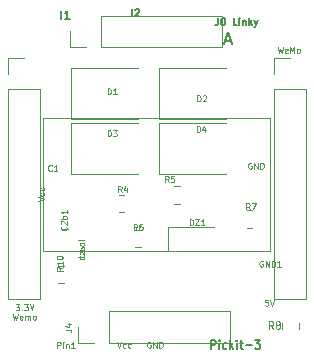
<source format=gto>
G04 #@! TF.GenerationSoftware,KiCad,Pcbnew,(6.0.11)*
G04 #@! TF.CreationDate,2025-06-06T09:56:58+01:00*
G04 #@! TF.ProjectId,PCB_Dongle_Linky,5043425f-446f-46e6-976c-655f4c696e6b,rev?*
G04 #@! TF.SameCoordinates,Original*
G04 #@! TF.FileFunction,Legend,Top*
G04 #@! TF.FilePolarity,Positive*
%FSLAX46Y46*%
G04 Gerber Fmt 4.6, Leading zero omitted, Abs format (unit mm)*
G04 Created by KiCad (PCBNEW (6.0.11)) date 2025-06-06 09:56:58*
%MOMM*%
%LPD*%
G01*
G04 APERTURE LIST*
%ADD10C,0.125000*%
%ADD11C,0.150000*%
%ADD12C,0.100000*%
%ADD13C,0.110000*%
%ADD14C,0.120000*%
G04 APERTURE END LIST*
D10*
X22835714Y-131226190D02*
X22835714Y-130726190D01*
X23026190Y-130726190D01*
X23073809Y-130750000D01*
X23097619Y-130773809D01*
X23121428Y-130821428D01*
X23121428Y-130892857D01*
X23097619Y-130940476D01*
X23073809Y-130964285D01*
X23026190Y-130988095D01*
X22835714Y-130988095D01*
X23335714Y-131226190D02*
X23335714Y-130892857D01*
X23335714Y-130726190D02*
X23311904Y-130750000D01*
X23335714Y-130773809D01*
X23359523Y-130750000D01*
X23335714Y-130726190D01*
X23335714Y-130773809D01*
X23573809Y-130892857D02*
X23573809Y-131226190D01*
X23573809Y-130940476D02*
X23597619Y-130916666D01*
X23645238Y-130892857D01*
X23716666Y-130892857D01*
X23764285Y-130916666D01*
X23788095Y-130964285D01*
X23788095Y-131226190D01*
X24288095Y-131226190D02*
X24002380Y-131226190D01*
X24145238Y-131226190D02*
X24145238Y-130726190D01*
X24097619Y-130797619D01*
X24050000Y-130845238D01*
X24002380Y-130869047D01*
X30719047Y-130700000D02*
X30671428Y-130676190D01*
X30600000Y-130676190D01*
X30528571Y-130700000D01*
X30480952Y-130747619D01*
X30457142Y-130795238D01*
X30433333Y-130890476D01*
X30433333Y-130961904D01*
X30457142Y-131057142D01*
X30480952Y-131104761D01*
X30528571Y-131152380D01*
X30600000Y-131176190D01*
X30647619Y-131176190D01*
X30719047Y-131152380D01*
X30742857Y-131128571D01*
X30742857Y-130961904D01*
X30647619Y-130961904D01*
X30957142Y-131176190D02*
X30957142Y-130676190D01*
X31242857Y-131176190D01*
X31242857Y-130676190D01*
X31480952Y-131176190D02*
X31480952Y-130676190D01*
X31600000Y-130676190D01*
X31671428Y-130700000D01*
X31719047Y-130747619D01*
X31742857Y-130795238D01*
X31766666Y-130890476D01*
X31766666Y-130961904D01*
X31742857Y-131057142D01*
X31719047Y-131104761D01*
X31671428Y-131152380D01*
X31600000Y-131176190D01*
X31480952Y-131176190D01*
X40654761Y-127126190D02*
X40416666Y-127126190D01*
X40392857Y-127364285D01*
X40416666Y-127340476D01*
X40464285Y-127316666D01*
X40583333Y-127316666D01*
X40630952Y-127340476D01*
X40654761Y-127364285D01*
X40678571Y-127411904D01*
X40678571Y-127530952D01*
X40654761Y-127578571D01*
X40630952Y-127602380D01*
X40583333Y-127626190D01*
X40464285Y-127626190D01*
X40416666Y-127602380D01*
X40392857Y-127578571D01*
X40821428Y-127126190D02*
X40988095Y-127626190D01*
X41154761Y-127126190D01*
D11*
X23166666Y-103366666D02*
X23166666Y-102666666D01*
X23866666Y-103366666D02*
X23466666Y-103366666D01*
X23666666Y-103366666D02*
X23666666Y-102666666D01*
X23600000Y-102766666D01*
X23533333Y-102833333D01*
X23466666Y-102866666D01*
X29164285Y-103121428D02*
X29164285Y-102521428D01*
X29421428Y-102578571D02*
X29450000Y-102550000D01*
X29507142Y-102521428D01*
X29650000Y-102521428D01*
X29707142Y-102550000D01*
X29735714Y-102578571D01*
X29764285Y-102635714D01*
X29764285Y-102692857D01*
X29735714Y-102778571D01*
X29392857Y-103121428D01*
X29764285Y-103121428D01*
D10*
X39269047Y-115550000D02*
X39221428Y-115526190D01*
X39150000Y-115526190D01*
X39078571Y-115550000D01*
X39030952Y-115597619D01*
X39007142Y-115645238D01*
X38983333Y-115740476D01*
X38983333Y-115811904D01*
X39007142Y-115907142D01*
X39030952Y-115954761D01*
X39078571Y-116002380D01*
X39150000Y-116026190D01*
X39197619Y-116026190D01*
X39269047Y-116002380D01*
X39292857Y-115978571D01*
X39292857Y-115811904D01*
X39197619Y-115811904D01*
X39507142Y-116026190D02*
X39507142Y-115526190D01*
X39792857Y-116026190D01*
X39792857Y-115526190D01*
X40030952Y-116026190D02*
X40030952Y-115526190D01*
X40150000Y-115526190D01*
X40221428Y-115550000D01*
X40269047Y-115597619D01*
X40292857Y-115645238D01*
X40316666Y-115740476D01*
X40316666Y-115811904D01*
X40292857Y-115907142D01*
X40269047Y-115954761D01*
X40221428Y-116002380D01*
X40150000Y-116026190D01*
X40030952Y-116026190D01*
X27904761Y-130676190D02*
X28071428Y-131176190D01*
X28238095Y-130676190D01*
X28619047Y-131152380D02*
X28571428Y-131176190D01*
X28476190Y-131176190D01*
X28428571Y-131152380D01*
X28404761Y-131128571D01*
X28380952Y-131080952D01*
X28380952Y-130938095D01*
X28404761Y-130890476D01*
X28428571Y-130866666D01*
X28476190Y-130842857D01*
X28571428Y-130842857D01*
X28619047Y-130866666D01*
X29047619Y-131152380D02*
X29000000Y-131176190D01*
X28904761Y-131176190D01*
X28857142Y-131152380D01*
X28833333Y-131128571D01*
X28809523Y-131080952D01*
X28809523Y-130938095D01*
X28833333Y-130890476D01*
X28857142Y-130866666D01*
X28904761Y-130842857D01*
X29000000Y-130842857D01*
X29047619Y-130866666D01*
X19311904Y-127526190D02*
X19621428Y-127526190D01*
X19454761Y-127716666D01*
X19526190Y-127716666D01*
X19573809Y-127740476D01*
X19597619Y-127764285D01*
X19621428Y-127811904D01*
X19621428Y-127930952D01*
X19597619Y-127978571D01*
X19573809Y-128002380D01*
X19526190Y-128026190D01*
X19383333Y-128026190D01*
X19335714Y-128002380D01*
X19311904Y-127978571D01*
X19835714Y-127978571D02*
X19859523Y-128002380D01*
X19835714Y-128026190D01*
X19811904Y-128002380D01*
X19835714Y-127978571D01*
X19835714Y-128026190D01*
X20026190Y-127526190D02*
X20335714Y-127526190D01*
X20169047Y-127716666D01*
X20240476Y-127716666D01*
X20288095Y-127740476D01*
X20311904Y-127764285D01*
X20335714Y-127811904D01*
X20335714Y-127930952D01*
X20311904Y-127978571D01*
X20288095Y-128002380D01*
X20240476Y-128026190D01*
X20097619Y-128026190D01*
X20050000Y-128002380D01*
X20026190Y-127978571D01*
X20478571Y-127526190D02*
X20645238Y-128026190D01*
X20811904Y-127526190D01*
D11*
X37011904Y-105216666D02*
X37488095Y-105216666D01*
X36916666Y-105502380D02*
X37250000Y-104502380D01*
X37583333Y-105502380D01*
D10*
X21226190Y-118785238D02*
X21726190Y-118618571D01*
X21226190Y-118451904D01*
X21702380Y-118070952D02*
X21726190Y-118118571D01*
X21726190Y-118213809D01*
X21702380Y-118261428D01*
X21678571Y-118285238D01*
X21630952Y-118309047D01*
X21488095Y-118309047D01*
X21440476Y-118285238D01*
X21416666Y-118261428D01*
X21392857Y-118213809D01*
X21392857Y-118118571D01*
X21416666Y-118070952D01*
X21702380Y-117642380D02*
X21726190Y-117690000D01*
X21726190Y-117785238D01*
X21702380Y-117832857D01*
X21678571Y-117856666D01*
X21630952Y-117880476D01*
X21488095Y-117880476D01*
X21440476Y-117856666D01*
X21416666Y-117832857D01*
X21392857Y-117785238D01*
X21392857Y-117690000D01*
X21416666Y-117642380D01*
X40230952Y-123850000D02*
X40183333Y-123826190D01*
X40111904Y-123826190D01*
X40040476Y-123850000D01*
X39992857Y-123897619D01*
X39969047Y-123945238D01*
X39945238Y-124040476D01*
X39945238Y-124111904D01*
X39969047Y-124207142D01*
X39992857Y-124254761D01*
X40040476Y-124302380D01*
X40111904Y-124326190D01*
X40159523Y-124326190D01*
X40230952Y-124302380D01*
X40254761Y-124278571D01*
X40254761Y-124111904D01*
X40159523Y-124111904D01*
X40469047Y-124326190D02*
X40469047Y-123826190D01*
X40754761Y-124326190D01*
X40754761Y-123826190D01*
X40992857Y-124326190D02*
X40992857Y-123826190D01*
X41111904Y-123826190D01*
X41183333Y-123850000D01*
X41230952Y-123897619D01*
X41254761Y-123945238D01*
X41278571Y-124040476D01*
X41278571Y-124111904D01*
X41254761Y-124207142D01*
X41230952Y-124254761D01*
X41183333Y-124302380D01*
X41111904Y-124326190D01*
X40992857Y-124326190D01*
X41754761Y-124326190D02*
X41469047Y-124326190D01*
X41611904Y-124326190D02*
X41611904Y-123826190D01*
X41564285Y-123897619D01*
X41516666Y-123945238D01*
X41469047Y-123969047D01*
G04 #@! TO.C,R4*
X28266666Y-118026190D02*
X28100000Y-117788095D01*
X27980952Y-118026190D02*
X27980952Y-117526190D01*
X28171428Y-117526190D01*
X28219047Y-117550000D01*
X28242857Y-117573809D01*
X28266666Y-117621428D01*
X28266666Y-117692857D01*
X28242857Y-117740476D01*
X28219047Y-117764285D01*
X28171428Y-117788095D01*
X27980952Y-117788095D01*
X28695238Y-117692857D02*
X28695238Y-118026190D01*
X28576190Y-117502380D02*
X28457142Y-117859523D01*
X28766666Y-117859523D01*
D12*
G04 #@! TO.C,C2b0*
X25092857Y-123438095D02*
X25111904Y-123457142D01*
X25130952Y-123514285D01*
X25130952Y-123552380D01*
X25111904Y-123609523D01*
X25073809Y-123647619D01*
X25035714Y-123666666D01*
X24959523Y-123685714D01*
X24902380Y-123685714D01*
X24826190Y-123666666D01*
X24788095Y-123647619D01*
X24750000Y-123609523D01*
X24730952Y-123552380D01*
X24730952Y-123514285D01*
X24750000Y-123457142D01*
X24769047Y-123438095D01*
X24769047Y-123285714D02*
X24750000Y-123266666D01*
X24730952Y-123228571D01*
X24730952Y-123133333D01*
X24750000Y-123095238D01*
X24769047Y-123076190D01*
X24807142Y-123057142D01*
X24845238Y-123057142D01*
X24902380Y-123076190D01*
X25130952Y-123304761D01*
X25130952Y-123057142D01*
X25130952Y-122885714D02*
X24730952Y-122885714D01*
X24883333Y-122885714D02*
X24864285Y-122847619D01*
X24864285Y-122771428D01*
X24883333Y-122733333D01*
X24902380Y-122714285D01*
X24940476Y-122695238D01*
X25054761Y-122695238D01*
X25092857Y-122714285D01*
X25111904Y-122733333D01*
X25130952Y-122771428D01*
X25130952Y-122847619D01*
X25111904Y-122885714D01*
X24730952Y-122447619D02*
X24730952Y-122409523D01*
X24750000Y-122371428D01*
X24769047Y-122352380D01*
X24807142Y-122333333D01*
X24883333Y-122314285D01*
X24978571Y-122314285D01*
X25054761Y-122333333D01*
X25092857Y-122352380D01*
X25111904Y-122371428D01*
X25130952Y-122409523D01*
X25130952Y-122447619D01*
X25111904Y-122485714D01*
X25092857Y-122504761D01*
X25054761Y-122523809D01*
X24978571Y-122542857D01*
X24883333Y-122542857D01*
X24807142Y-122523809D01*
X24769047Y-122504761D01*
X24750000Y-122485714D01*
X24730952Y-122447619D01*
D10*
G04 #@! TO.C,D4*
X34630952Y-112926190D02*
X34630952Y-112426190D01*
X34750000Y-112426190D01*
X34821428Y-112450000D01*
X34869047Y-112497619D01*
X34892857Y-112545238D01*
X34916666Y-112640476D01*
X34916666Y-112711904D01*
X34892857Y-112807142D01*
X34869047Y-112854761D01*
X34821428Y-112902380D01*
X34750000Y-112926190D01*
X34630952Y-112926190D01*
X35345238Y-112592857D02*
X35345238Y-112926190D01*
X35226190Y-112402380D02*
X35107142Y-112759523D01*
X35416666Y-112759523D01*
G04 #@! TO.C,D1*
X27080952Y-109726190D02*
X27080952Y-109226190D01*
X27200000Y-109226190D01*
X27271428Y-109250000D01*
X27319047Y-109297619D01*
X27342857Y-109345238D01*
X27366666Y-109440476D01*
X27366666Y-109511904D01*
X27342857Y-109607142D01*
X27319047Y-109654761D01*
X27271428Y-109702380D01*
X27200000Y-109726190D01*
X27080952Y-109726190D01*
X27842857Y-109726190D02*
X27557142Y-109726190D01*
X27700000Y-109726190D02*
X27700000Y-109226190D01*
X27652380Y-109297619D01*
X27604761Y-109345238D01*
X27557142Y-109369047D01*
D11*
G04 #@! TO.C,J0*
X36442857Y-103271428D02*
X36442857Y-103700000D01*
X36414285Y-103785714D01*
X36357142Y-103842857D01*
X36271428Y-103871428D01*
X36214285Y-103871428D01*
X36842857Y-103271428D02*
X36900000Y-103271428D01*
X36957142Y-103300000D01*
X36985714Y-103328571D01*
X37014285Y-103385714D01*
X37042857Y-103500000D01*
X37042857Y-103642857D01*
X37014285Y-103757142D01*
X36985714Y-103814285D01*
X36957142Y-103842857D01*
X36900000Y-103871428D01*
X36842857Y-103871428D01*
X36785714Y-103842857D01*
X36757142Y-103814285D01*
X36728571Y-103757142D01*
X36700000Y-103642857D01*
X36700000Y-103500000D01*
X36728571Y-103385714D01*
X36757142Y-103328571D01*
X36785714Y-103300000D01*
X36842857Y-103271428D01*
X38042857Y-103871428D02*
X37757142Y-103871428D01*
X37757142Y-103271428D01*
X38242857Y-103871428D02*
X38242857Y-103471428D01*
X38242857Y-103271428D02*
X38214285Y-103300000D01*
X38242857Y-103328571D01*
X38271428Y-103300000D01*
X38242857Y-103271428D01*
X38242857Y-103328571D01*
X38528571Y-103471428D02*
X38528571Y-103871428D01*
X38528571Y-103528571D02*
X38557142Y-103500000D01*
X38614285Y-103471428D01*
X38700000Y-103471428D01*
X38757142Y-103500000D01*
X38785714Y-103557142D01*
X38785714Y-103871428D01*
X39071428Y-103871428D02*
X39071428Y-103271428D01*
X39128571Y-103642857D02*
X39300000Y-103871428D01*
X39300000Y-103471428D02*
X39071428Y-103700000D01*
X39500000Y-103471428D02*
X39642857Y-103871428D01*
X39785714Y-103471428D02*
X39642857Y-103871428D01*
X39585714Y-104014285D01*
X39557142Y-104042857D01*
X39500000Y-104071428D01*
D10*
G04 #@! TO.C,J2*
X41509523Y-105726190D02*
X41628571Y-106226190D01*
X41723809Y-105869047D01*
X41819047Y-106226190D01*
X41938095Y-105726190D01*
X42319047Y-106202380D02*
X42271428Y-106226190D01*
X42176190Y-106226190D01*
X42128571Y-106202380D01*
X42104761Y-106154761D01*
X42104761Y-105964285D01*
X42128571Y-105916666D01*
X42176190Y-105892857D01*
X42271428Y-105892857D01*
X42319047Y-105916666D01*
X42342857Y-105964285D01*
X42342857Y-106011904D01*
X42104761Y-106059523D01*
X42557142Y-106226190D02*
X42557142Y-105726190D01*
X42723809Y-106083333D01*
X42890476Y-105726190D01*
X42890476Y-106226190D01*
X43200000Y-106226190D02*
X43152380Y-106202380D01*
X43128571Y-106178571D01*
X43104761Y-106130952D01*
X43104761Y-105988095D01*
X43128571Y-105940476D01*
X43152380Y-105916666D01*
X43200000Y-105892857D01*
X43271428Y-105892857D01*
X43319047Y-105916666D01*
X43342857Y-105940476D01*
X43366666Y-105988095D01*
X43366666Y-106130952D01*
X43342857Y-106178571D01*
X43319047Y-106202380D01*
X43271428Y-106226190D01*
X43200000Y-106226190D01*
G04 #@! TO.C,J1*
X19061904Y-128326190D02*
X19180952Y-128826190D01*
X19276190Y-128469047D01*
X19371428Y-128826190D01*
X19490476Y-128326190D01*
X19871428Y-128802380D02*
X19823809Y-128826190D01*
X19728571Y-128826190D01*
X19680952Y-128802380D01*
X19657142Y-128754761D01*
X19657142Y-128564285D01*
X19680952Y-128516666D01*
X19728571Y-128492857D01*
X19823809Y-128492857D01*
X19871428Y-128516666D01*
X19895238Y-128564285D01*
X19895238Y-128611904D01*
X19657142Y-128659523D01*
X20109523Y-128826190D02*
X20109523Y-128492857D01*
X20109523Y-128540476D02*
X20133333Y-128516666D01*
X20180952Y-128492857D01*
X20252380Y-128492857D01*
X20300000Y-128516666D01*
X20323809Y-128564285D01*
X20323809Y-128826190D01*
X20323809Y-128564285D02*
X20347619Y-128516666D01*
X20395238Y-128492857D01*
X20466666Y-128492857D01*
X20514285Y-128516666D01*
X20538095Y-128564285D01*
X20538095Y-128826190D01*
X20847619Y-128826190D02*
X20800000Y-128802380D01*
X20776190Y-128778571D01*
X20752380Y-128730952D01*
X20752380Y-128588095D01*
X20776190Y-128540476D01*
X20800000Y-128516666D01*
X20847619Y-128492857D01*
X20919047Y-128492857D01*
X20966666Y-128516666D01*
X20990476Y-128540476D01*
X21014285Y-128588095D01*
X21014285Y-128730952D01*
X20990476Y-128778571D01*
X20966666Y-128802380D01*
X20919047Y-128826190D01*
X20847619Y-128826190D01*
G04 #@! TO.C,J4*
X23526190Y-129666666D02*
X23883333Y-129666666D01*
X23954761Y-129690476D01*
X24002380Y-129738095D01*
X24026190Y-129809523D01*
X24026190Y-129857142D01*
X23692857Y-129214285D02*
X24026190Y-129214285D01*
X23502380Y-129333333D02*
X23859523Y-129452380D01*
X23859523Y-129142857D01*
D11*
X35833333Y-131266666D02*
X35833333Y-130566666D01*
X36100000Y-130566666D01*
X36166666Y-130600000D01*
X36200000Y-130633333D01*
X36233333Y-130700000D01*
X36233333Y-130800000D01*
X36200000Y-130866666D01*
X36166666Y-130900000D01*
X36100000Y-130933333D01*
X35833333Y-130933333D01*
X36533333Y-131266666D02*
X36533333Y-130800000D01*
X36533333Y-130566666D02*
X36500000Y-130600000D01*
X36533333Y-130633333D01*
X36566666Y-130600000D01*
X36533333Y-130566666D01*
X36533333Y-130633333D01*
X37166666Y-131233333D02*
X37100000Y-131266666D01*
X36966666Y-131266666D01*
X36900000Y-131233333D01*
X36866666Y-131200000D01*
X36833333Y-131133333D01*
X36833333Y-130933333D01*
X36866666Y-130866666D01*
X36900000Y-130833333D01*
X36966666Y-130800000D01*
X37100000Y-130800000D01*
X37166666Y-130833333D01*
X37466666Y-131266666D02*
X37466666Y-130566666D01*
X37533333Y-131000000D02*
X37733333Y-131266666D01*
X37733333Y-130800000D02*
X37466666Y-131066666D01*
X38033333Y-131266666D02*
X38033333Y-130800000D01*
X38033333Y-130566666D02*
X38000000Y-130600000D01*
X38033333Y-130633333D01*
X38066666Y-130600000D01*
X38033333Y-130566666D01*
X38033333Y-130633333D01*
X38266666Y-130800000D02*
X38533333Y-130800000D01*
X38366666Y-130566666D02*
X38366666Y-131166666D01*
X38400000Y-131233333D01*
X38466666Y-131266666D01*
X38533333Y-131266666D01*
X38766666Y-131000000D02*
X39300000Y-131000000D01*
X39566666Y-130566666D02*
X40000000Y-130566666D01*
X39766666Y-130833333D01*
X39866666Y-130833333D01*
X39933333Y-130866666D01*
X39966666Y-130900000D01*
X40000000Y-130966666D01*
X40000000Y-131133333D01*
X39966666Y-131200000D01*
X39933333Y-131233333D01*
X39866666Y-131266666D01*
X39666666Y-131266666D01*
X39600000Y-131233333D01*
X39566666Y-131200000D01*
D12*
G04 #@! TO.C,R10*
X23276190Y-124371428D02*
X23038095Y-124538095D01*
X23276190Y-124657142D02*
X22776190Y-124657142D01*
X22776190Y-124466666D01*
X22800000Y-124419047D01*
X22823809Y-124395238D01*
X22871428Y-124371428D01*
X22942857Y-124371428D01*
X22990476Y-124395238D01*
X23014285Y-124419047D01*
X23038095Y-124466666D01*
X23038095Y-124657142D01*
X23276190Y-123895238D02*
X23276190Y-124180952D01*
X23276190Y-124038095D02*
X22776190Y-124038095D01*
X22847619Y-124085714D01*
X22895238Y-124133333D01*
X22919047Y-124180952D01*
X22776190Y-123585714D02*
X22776190Y-123538095D01*
X22800000Y-123490476D01*
X22823809Y-123466666D01*
X22871428Y-123442857D01*
X22966666Y-123419047D01*
X23085714Y-123419047D01*
X23180952Y-123442857D01*
X23228571Y-123466666D01*
X23252380Y-123490476D01*
X23276190Y-123538095D01*
X23276190Y-123585714D01*
X23252380Y-123633333D01*
X23228571Y-123657142D01*
X23180952Y-123680952D01*
X23085714Y-123704761D01*
X22966666Y-123704761D01*
X22871428Y-123680952D01*
X22823809Y-123657142D01*
X22800000Y-123633333D01*
X22776190Y-123585714D01*
D10*
G04 #@! TO.C,C2b1*
X23578571Y-120947619D02*
X23602380Y-120971428D01*
X23626190Y-121042857D01*
X23626190Y-121090476D01*
X23602380Y-121161904D01*
X23554761Y-121209523D01*
X23507142Y-121233333D01*
X23411904Y-121257142D01*
X23340476Y-121257142D01*
X23245238Y-121233333D01*
X23197619Y-121209523D01*
X23150000Y-121161904D01*
X23126190Y-121090476D01*
X23126190Y-121042857D01*
X23150000Y-120971428D01*
X23173809Y-120947619D01*
X23173809Y-120757142D02*
X23150000Y-120733333D01*
X23126190Y-120685714D01*
X23126190Y-120566666D01*
X23150000Y-120519047D01*
X23173809Y-120495238D01*
X23221428Y-120471428D01*
X23269047Y-120471428D01*
X23340476Y-120495238D01*
X23626190Y-120780952D01*
X23626190Y-120471428D01*
X23626190Y-120257142D02*
X23126190Y-120257142D01*
X23316666Y-120257142D02*
X23292857Y-120209523D01*
X23292857Y-120114285D01*
X23316666Y-120066666D01*
X23340476Y-120042857D01*
X23388095Y-120019047D01*
X23530952Y-120019047D01*
X23578571Y-120042857D01*
X23602380Y-120066666D01*
X23626190Y-120114285D01*
X23626190Y-120209523D01*
X23602380Y-120257142D01*
X23626190Y-119542857D02*
X23626190Y-119828571D01*
X23626190Y-119685714D02*
X23126190Y-119685714D01*
X23197619Y-119733333D01*
X23245238Y-119780952D01*
X23269047Y-119828571D01*
G04 #@! TO.C,D3*
X27080952Y-113276190D02*
X27080952Y-112776190D01*
X27200000Y-112776190D01*
X27271428Y-112800000D01*
X27319047Y-112847619D01*
X27342857Y-112895238D01*
X27366666Y-112990476D01*
X27366666Y-113061904D01*
X27342857Y-113157142D01*
X27319047Y-113204761D01*
X27271428Y-113252380D01*
X27200000Y-113276190D01*
X27080952Y-113276190D01*
X27533333Y-112776190D02*
X27842857Y-112776190D01*
X27676190Y-112966666D01*
X27747619Y-112966666D01*
X27795238Y-112990476D01*
X27819047Y-113014285D01*
X27842857Y-113061904D01*
X27842857Y-113180952D01*
X27819047Y-113228571D01*
X27795238Y-113252380D01*
X27747619Y-113276190D01*
X27604761Y-113276190D01*
X27557142Y-113252380D01*
X27533333Y-113228571D01*
G04 #@! TO.C,R5*
X32266666Y-117176190D02*
X32100000Y-116938095D01*
X31980952Y-117176190D02*
X31980952Y-116676190D01*
X32171428Y-116676190D01*
X32219047Y-116700000D01*
X32242857Y-116723809D01*
X32266666Y-116771428D01*
X32266666Y-116842857D01*
X32242857Y-116890476D01*
X32219047Y-116914285D01*
X32171428Y-116938095D01*
X31980952Y-116938095D01*
X32719047Y-116676190D02*
X32480952Y-116676190D01*
X32457142Y-116914285D01*
X32480952Y-116890476D01*
X32528571Y-116866666D01*
X32647619Y-116866666D01*
X32695238Y-116890476D01*
X32719047Y-116914285D01*
X32742857Y-116961904D01*
X32742857Y-117080952D01*
X32719047Y-117128571D01*
X32695238Y-117152380D01*
X32647619Y-117176190D01*
X32528571Y-117176190D01*
X32480952Y-117152380D01*
X32457142Y-117128571D01*
G04 #@! TO.C,C1*
X22366666Y-116178571D02*
X22342857Y-116202380D01*
X22271428Y-116226190D01*
X22223809Y-116226190D01*
X22152380Y-116202380D01*
X22104761Y-116154761D01*
X22080952Y-116107142D01*
X22057142Y-116011904D01*
X22057142Y-115940476D01*
X22080952Y-115845238D01*
X22104761Y-115797619D01*
X22152380Y-115750000D01*
X22223809Y-115726190D01*
X22271428Y-115726190D01*
X22342857Y-115750000D01*
X22366666Y-115773809D01*
X22842857Y-116226190D02*
X22557142Y-116226190D01*
X22700000Y-116226190D02*
X22700000Y-115726190D01*
X22652380Y-115797619D01*
X22604761Y-115845238D01*
X22557142Y-115869047D01*
D13*
G04 #@! TO.C,R7*
X39116666Y-119476190D02*
X38950000Y-119238095D01*
X38830952Y-119476190D02*
X38830952Y-118976190D01*
X39021428Y-118976190D01*
X39069047Y-119000000D01*
X39092857Y-119023809D01*
X39116666Y-119071428D01*
X39116666Y-119142857D01*
X39092857Y-119190476D01*
X39069047Y-119214285D01*
X39021428Y-119238095D01*
X38830952Y-119238095D01*
X39283333Y-118976190D02*
X39616666Y-118976190D01*
X39402380Y-119476190D01*
D10*
G04 #@! TO.C,R6*
X29566666Y-121226190D02*
X29400000Y-120988095D01*
X29280952Y-121226190D02*
X29280952Y-120726190D01*
X29471428Y-120726190D01*
X29519047Y-120750000D01*
X29542857Y-120773809D01*
X29566666Y-120821428D01*
X29566666Y-120892857D01*
X29542857Y-120940476D01*
X29519047Y-120964285D01*
X29471428Y-120988095D01*
X29280952Y-120988095D01*
X29995238Y-120726190D02*
X29900000Y-120726190D01*
X29852380Y-120750000D01*
X29828571Y-120773809D01*
X29780952Y-120845238D01*
X29757142Y-120940476D01*
X29757142Y-121130952D01*
X29780952Y-121178571D01*
X29804761Y-121202380D01*
X29852380Y-121226190D01*
X29947619Y-121226190D01*
X29995238Y-121202380D01*
X30019047Y-121178571D01*
X30042857Y-121130952D01*
X30042857Y-121011904D01*
X30019047Y-120964285D01*
X29995238Y-120940476D01*
X29947619Y-120916666D01*
X29852380Y-120916666D01*
X29804761Y-120940476D01*
X29780952Y-120964285D01*
X29757142Y-121011904D01*
G04 #@! TO.C,DZ1*
X34042857Y-120826190D02*
X34042857Y-120326190D01*
X34161904Y-120326190D01*
X34233333Y-120350000D01*
X34280952Y-120397619D01*
X34304761Y-120445238D01*
X34328571Y-120540476D01*
X34328571Y-120611904D01*
X34304761Y-120707142D01*
X34280952Y-120754761D01*
X34233333Y-120802380D01*
X34161904Y-120826190D01*
X34042857Y-120826190D01*
X34495238Y-120326190D02*
X34828571Y-120326190D01*
X34495238Y-120826190D01*
X34828571Y-120826190D01*
X35280952Y-120826190D02*
X34995238Y-120826190D01*
X35138095Y-120826190D02*
X35138095Y-120326190D01*
X35090476Y-120397619D01*
X35042857Y-120445238D01*
X34995238Y-120469047D01*
D12*
G04 #@! TO.C,R8*
X41100000Y-129571428D02*
X40900000Y-129285714D01*
X40757142Y-129571428D02*
X40757142Y-128971428D01*
X40985714Y-128971428D01*
X41042857Y-129000000D01*
X41071428Y-129028571D01*
X41100000Y-129085714D01*
X41100000Y-129171428D01*
X41071428Y-129228571D01*
X41042857Y-129257142D01*
X40985714Y-129285714D01*
X40757142Y-129285714D01*
X41442857Y-129228571D02*
X41385714Y-129200000D01*
X41357142Y-129171428D01*
X41328571Y-129114285D01*
X41328571Y-129085714D01*
X41357142Y-129028571D01*
X41385714Y-129000000D01*
X41442857Y-128971428D01*
X41557142Y-128971428D01*
X41614285Y-129000000D01*
X41642857Y-129028571D01*
X41671428Y-129085714D01*
X41671428Y-129114285D01*
X41642857Y-129171428D01*
X41614285Y-129200000D01*
X41557142Y-129228571D01*
X41442857Y-129228571D01*
X41385714Y-129257142D01*
X41357142Y-129285714D01*
X41328571Y-129342857D01*
X41328571Y-129457142D01*
X41357142Y-129514285D01*
X41385714Y-129542857D01*
X41442857Y-129571428D01*
X41557142Y-129571428D01*
X41614285Y-129542857D01*
X41642857Y-129514285D01*
X41671428Y-129457142D01*
X41671428Y-129342857D01*
X41642857Y-129285714D01*
X41614285Y-129257142D01*
X41557142Y-129228571D01*
D10*
G04 #@! TO.C,D2*
X34680952Y-110326190D02*
X34680952Y-109826190D01*
X34800000Y-109826190D01*
X34871428Y-109850000D01*
X34919047Y-109897619D01*
X34942857Y-109945238D01*
X34966666Y-110040476D01*
X34966666Y-110111904D01*
X34942857Y-110207142D01*
X34919047Y-110254761D01*
X34871428Y-110302380D01*
X34800000Y-110326190D01*
X34680952Y-110326190D01*
X35157142Y-109873809D02*
X35180952Y-109850000D01*
X35228571Y-109826190D01*
X35347619Y-109826190D01*
X35395238Y-109850000D01*
X35419047Y-109873809D01*
X35442857Y-109921428D01*
X35442857Y-109969047D01*
X35419047Y-110040476D01*
X35133333Y-110326190D01*
X35442857Y-110326190D01*
D14*
G04 #@! TO.C,R4*
X28477064Y-119735000D02*
X28022936Y-119735000D01*
X28477064Y-118265000D02*
X28022936Y-118265000D01*
G04 #@! TO.C,C2b0*
X25111252Y-123535000D02*
X24588748Y-123535000D01*
X25111252Y-122065000D02*
X24588748Y-122065000D01*
G04 #@! TO.C,D4*
X31450000Y-112200000D02*
X37150000Y-112200000D01*
X31450000Y-112200000D02*
X31450000Y-116500000D01*
X31450000Y-116500000D02*
X37150000Y-116500000D01*
G04 #@! TO.C,D1*
X24000000Y-111800000D02*
X29700000Y-111800000D01*
X24000000Y-107500000D02*
X29700000Y-107500000D01*
X24000000Y-107500000D02*
X24000000Y-111800000D01*
G04 #@! TO.C,J0*
X36765000Y-105730000D02*
X36765000Y-103070000D01*
X23945000Y-105730000D02*
X23945000Y-104400000D01*
X26545000Y-105730000D02*
X36765000Y-105730000D01*
X26545000Y-105730000D02*
X26545000Y-103070000D01*
X25275000Y-105730000D02*
X23945000Y-105730000D01*
X26545000Y-103070000D02*
X36765000Y-103070000D01*
G04 #@! TO.C,J2*
X41190000Y-109270000D02*
X43850000Y-109270000D01*
X43850000Y-109270000D02*
X43850000Y-127110000D01*
X41190000Y-106670000D02*
X42520000Y-106670000D01*
X41190000Y-127110000D02*
X43850000Y-127110000D01*
X41190000Y-109270000D02*
X41190000Y-127110000D01*
X41190000Y-108000000D02*
X41190000Y-106670000D01*
G04 #@! TO.C,J1*
X18670000Y-108000000D02*
X18670000Y-106670000D01*
X18670000Y-109270000D02*
X21330000Y-109270000D01*
X18670000Y-127110000D02*
X21330000Y-127110000D01*
X18670000Y-106670000D02*
X20000000Y-106670000D01*
X18670000Y-109270000D02*
X18670000Y-127110000D01*
X21330000Y-109270000D02*
X21330000Y-127110000D01*
G04 #@! TO.C,J4*
X25925000Y-130780000D02*
X24595000Y-130780000D01*
X27195000Y-130780000D02*
X37415000Y-130780000D01*
X27195000Y-130780000D02*
X27195000Y-128120000D01*
X37415000Y-130780000D02*
X37415000Y-128120000D01*
X24595000Y-130780000D02*
X24595000Y-129450000D01*
X27195000Y-128120000D02*
X37415000Y-128120000D01*
G04 #@! TO.C,R10*
X22922936Y-125735000D02*
X23377064Y-125735000D01*
X22922936Y-124265000D02*
X23377064Y-124265000D01*
G04 #@! TO.C,C2b1*
X23238748Y-121185000D02*
X23761252Y-121185000D01*
X23238748Y-119715000D02*
X23761252Y-119715000D01*
G04 #@! TO.C,D3*
X23950000Y-112200000D02*
X23950000Y-116500000D01*
X23950000Y-112200000D02*
X29650000Y-112200000D01*
X23950000Y-116500000D02*
X29650000Y-116500000D01*
G04 #@! TO.C,R5*
X33177064Y-118985000D02*
X32722936Y-118985000D01*
X33177064Y-117515000D02*
X32722936Y-117515000D01*
G04 #@! TO.C,C1*
X21580000Y-111730000D02*
X21580000Y-122970000D01*
X21580000Y-111730000D02*
X40820000Y-111730000D01*
X40820000Y-111730000D02*
X40820000Y-122970000D01*
X21580000Y-122970000D02*
X40820000Y-122970000D01*
G04 #@! TO.C,R7*
X38872936Y-119565000D02*
X39327064Y-119565000D01*
X38872936Y-121035000D02*
X39327064Y-121035000D01*
G04 #@! TO.C,R6*
X29877064Y-121215000D02*
X29422936Y-121215000D01*
X29877064Y-122685000D02*
X29422936Y-122685000D01*
G04 #@! TO.C,DZ1*
X32200000Y-123000000D02*
X36100000Y-123000000D01*
X32200000Y-121000000D02*
X36100000Y-121000000D01*
X32200000Y-121000000D02*
X32200000Y-123000000D01*
G04 #@! TO.C,R8*
X43285000Y-129122936D02*
X43285000Y-129577064D01*
X41815000Y-129122936D02*
X41815000Y-129577064D01*
G04 #@! TO.C,D2*
X31450000Y-107500000D02*
X37150000Y-107500000D01*
X31450000Y-107500000D02*
X31450000Y-111800000D01*
X31450000Y-111800000D02*
X37150000Y-111800000D01*
G04 #@! TD*
M02*

</source>
